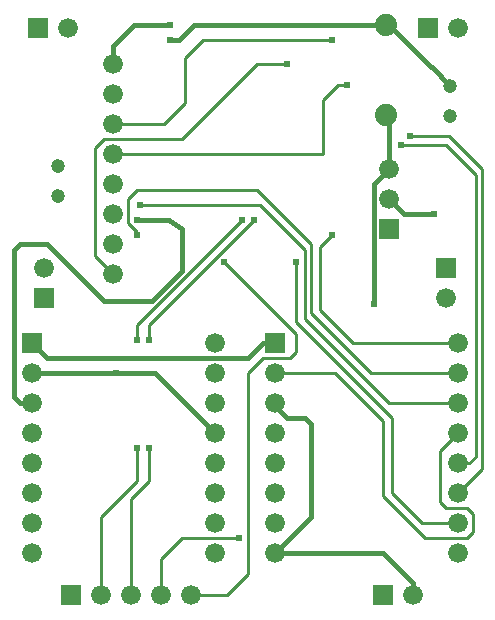
<source format=gbl>
G04 ---------------------------- Layer name :BOTTOM LAYER*
G04 EasyEDA v5.6.15, Thu, 02 Aug 2018 18:58:32 GMT*
G04 c1dd2be7df344d0ea50767cdd4af59ce*
G04 Gerber Generator version 0.2*
G04 Scale: 100 percent, Rotated: No, Reflected: No *
G04 Dimensions in inches *
G04 leading zeros omitted , absolute positions ,2 integer and 4 decimal *
%FSLAX24Y24*%
%MOIN*%
G90*
G70D02*

%ADD10C,0.010000*%
%ADD11C,0.015000*%
%ADD12C,0.024400*%
%ADD16R,0.066000X0.066000*%
%ADD17C,0.066000*%
%ADD18C,0.074000*%
%ADD19C,0.047000*%

%LPD*%
G54D10*
G01X3500Y15400D02*
G01X10500Y15400D01*
G01X10500Y17200D01*
G01X11000Y17700D01*
G01X11300Y17700D01*
G01X15000Y7100D02*
G01X12700Y7100D01*
G01X9900Y9900D01*
G01X9900Y12200D01*
G01X8400Y13700D01*
G01X4400Y13700D01*
G01X4300Y12700D02*
G01X4300Y12800D01*
G01X4100Y13000D01*
G01X4000Y13100D01*
G01X4000Y13900D01*
G01X4300Y14200D01*
G01X8300Y14200D01*
G01X10100Y12400D01*
G01X10100Y10100D01*
G01X12100Y8100D01*
G01X15000Y8100D01*
G01X15000Y5100D02*
G01X15373Y5100D01*
G01X15600Y5326D01*
G01X15600Y14700D01*
G01X14600Y15700D01*
G01X13100Y15700D01*
G01X15000Y4100D02*
G01X15800Y4900D01*
G01X15800Y14900D01*
G01X14700Y16000D01*
G01X13400Y16000D01*
G01X15000Y3100D02*
G01X13800Y3100D01*
G01X12800Y4100D01*
G01X12800Y6600D01*
G01X9700Y9700D01*
G01X9600Y9800D01*
G01X9600Y11800D01*
G01X15000Y9100D02*
G01X11500Y9100D01*
G01X10400Y10200D01*
G01X10400Y12300D01*
G01X10800Y12700D01*
G01X4100Y700D02*
G01X4100Y3900D01*
G01X4600Y4400D01*
G01X4700Y4500D01*
G01X4700Y5600D01*
G01X4700Y9200D02*
G01X4700Y9700D01*
G01X8200Y13200D01*
G01X7800Y13200D02*
G01X4300Y9700D01*
G01X4300Y9200D01*
G01X4300Y5600D02*
G01X4300Y4500D01*
G01X3100Y3300D01*
G01X3100Y700D01*
G54D11*
G01X8900Y9100D02*
G01X8500Y9100D01*
G01X8000Y8600D01*
G01X1300Y8600D01*
G01X800Y9100D01*
G54D10*
G01X7700Y2600D02*
G01X5800Y2600D01*
G01X5100Y1900D01*
G01X5100Y700D01*
G54D11*
G01X8900Y2100D02*
G01X12500Y2100D01*
G01X13500Y1100D01*
G01X13500Y700D01*
G01X800Y7100D02*
G01X400Y7100D01*
G01X200Y7300D01*
G01X200Y12205D01*
G01X400Y12400D01*
G01X1300Y12400D01*
G01X3200Y10500D01*
G01X4800Y10500D01*
G01X5800Y11500D01*
G01X5800Y12900D01*
G01X5375Y13200D01*
G01X4300Y13200D01*
G01X8900Y2100D02*
G01X10100Y3300D01*
G01X10100Y6400D01*
G01X9900Y6600D01*
G01X9300Y6600D01*
G01X8800Y7100D01*
G54D10*
G01X3500Y16400D02*
G01X5200Y16400D01*
G01X5900Y17100D01*
G01X5900Y18600D01*
G01X6500Y19200D01*
G01X10800Y19200D01*
G54D11*
G01X900Y8100D02*
G01X4900Y8100D01*
G01X6900Y6100D01*
G01X3500Y18400D02*
G01X3500Y19000D01*
G01X4200Y19700D01*
G01X5400Y19700D01*
G01X12600Y19700D02*
G01X6200Y19700D01*
G01X5700Y19200D01*
G01X5500Y19200D01*
G01X12600Y19700D02*
G01X12700Y19700D01*
G01X14100Y18300D01*
G01X14119Y18300D01*
G01X14730Y17690D01*
G01X14200Y13400D02*
G01X13200Y13400D01*
G01X12700Y13900D01*
G54D10*
G01X8800Y8100D02*
G01X10900Y8100D01*
G01X12500Y6500D01*
G01X12500Y4000D01*
G01X13900Y2600D01*
G01X15300Y2600D01*
G01X15500Y2800D01*
G01X15500Y3400D01*
G01X15300Y3600D01*
G01X14600Y3600D01*
G01X14400Y3800D01*
G01X14400Y5500D01*
G01X15000Y6100D01*
G54D11*
G01X12700Y14900D02*
G01X12700Y16600D01*
G01X12600Y16700D01*
G54D10*
G01X6100Y700D02*
G01X7300Y700D01*
G01X8000Y1400D01*
G01X8000Y8100D01*
G01X8500Y8600D01*
G01X9400Y8600D01*
G01X9600Y8800D01*
G01X9600Y9400D01*
G01X7200Y11800D01*
G54D11*
G01X12200Y10400D02*
G01X12200Y14400D01*
G01X12700Y14900D01*
G54D10*
G01X9300Y18400D02*
G01X8300Y18400D01*
G01X5800Y15900D01*
G01X3200Y15900D01*
G01X2900Y15600D01*
G01X2900Y12000D01*
G01X3500Y11400D01*
G54D16*
G01X800Y9100D03*
G54D17*
G01X6900Y9100D03*
G01X800Y8100D03*
G01X800Y7100D03*
G01X800Y6100D03*
G01X800Y5100D03*
G01X800Y4100D03*
G01X800Y3100D03*
G01X800Y2100D03*
G01X6900Y8100D03*
G01X6900Y7100D03*
G01X6900Y6100D03*
G01X6900Y5100D03*
G01X6900Y4100D03*
G01X6900Y3100D03*
G01X6900Y2100D03*
G54D16*
G01X8900Y9100D03*
G54D17*
G01X15000Y9100D03*
G01X8900Y8100D03*
G01X8900Y7100D03*
G01X8900Y6100D03*
G01X8900Y5100D03*
G01X8900Y4100D03*
G01X8900Y3100D03*
G01X8900Y2100D03*
G01X15000Y8100D03*
G01X15000Y7100D03*
G01X15000Y6100D03*
G01X15000Y5100D03*
G01X15000Y4100D03*
G01X15000Y3100D03*
G01X15000Y2100D03*
G54D16*
G01X1000Y19600D03*
G54D17*
G01X2000Y19600D03*
G54D16*
G01X1200Y10600D03*
G54D17*
G01X1200Y11600D03*
G54D16*
G01X14000Y19600D03*
G54D17*
G01X15000Y19600D03*
G54D16*
G01X14600Y11600D03*
G54D17*
G01X14600Y10600D03*
G54D16*
G01X12500Y700D03*
G54D17*
G01X13500Y700D03*
G54D18*
G01X12600Y19700D03*
G01X12600Y16700D03*
G54D19*
G01X14730Y16690D03*
G01X14730Y17690D03*
G01X1669Y15009D03*
G01X1669Y14009D03*
G54D17*
G01X3500Y18400D03*
G01X3500Y17400D03*
G01X3500Y16400D03*
G01X3500Y15400D03*
G01X3500Y14400D03*
G01X3500Y13400D03*
G01X3500Y12400D03*
G01X3500Y11400D03*
G01X12700Y14900D03*
G01X12700Y13900D03*
G54D16*
G01X12700Y12900D03*
G01X2100Y700D03*
G54D17*
G01X3100Y700D03*
G01X4100Y700D03*
G01X5100Y700D03*
G01X6100Y700D03*
G54D12*
G01X10800Y19200D03*
G01X11300Y17700D03*
G01X4400Y13700D03*
G01X4300Y12700D03*
G01X13100Y15700D03*
G01X13400Y16000D03*
G01X9600Y11800D03*
G01X10800Y12700D03*
G01X4700Y5600D03*
G01X8200Y13200D03*
G01X7800Y13200D03*
G01X4300Y9200D03*
G01X4300Y5600D03*
G01X4700Y9200D03*
G01X7700Y2600D03*
G01X4300Y13200D03*
G01X5400Y19700D03*
G01X5400Y19200D03*
G01X14200Y13400D03*
G01X3600Y8100D03*
G01X7200Y11800D03*
G01X12200Y10400D03*
G01X9300Y18400D03*
M00*
M02*

</source>
